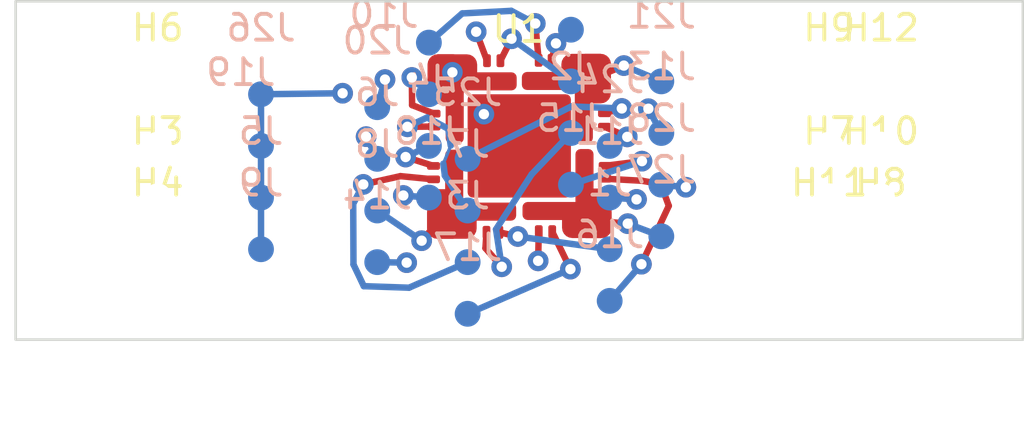
<source format=kicad_pcb>
(kicad_pcb (version 20221018) (generator pcbnew)
  (title_block (title "LGAD carrier board compatible with Chubut 2") (date "2022-08-15") (company "Universität Zürich") (comment 1 "Matias Senger"))
  (layers (0 "F.Cu" signal) (1 "In1.Cu" signal) (2 "In2.Cu" signal) (31 "B.Cu" signal) (34 "B.Paste" user) (35 "F.Paste" user) (38 "B.Mask" user) (39 "F.Mask" user) (44 "Edge.Cuts" user))
  (property "board_name" "CNM16020_AC-LGAD_non-diced")
  (property "timestamp" "230525")
  (net 0 "")
  (net 1 "Net-(J7-Pin_1)")
  (net 2 "Net-(J10-Pin_1)")
  (net 3 "Net-(J11-Pin_1)")
  (net 4 "Net-(J12-Pin_1)")
  (net 5 "Net-(J1-Pin_1)")
  (net 6 "Net-(J2-Pin_1)")
  (net 7 "Net-(J3-Pin_1)")
  (net 8 "Net-(J4-Pin_1)")
  (net 9 "Net-(J15-Pin_1)")
  (net 10 "Net-(J16-Pin_1)")
  (net 11 "Net-(J18-Pin_1)")
  (net 12 "Net-(J19-Pin_1)")
  (net 13 "Net-(J22-Pin_1)")
  (net 14 "Net-(J23-Pin_1)")
  (net 15 "Net-(J24-Pin_1)")
  (net 16 "Net-(J25-Pin_1)")
  (net 17 "/GND4")
  (net 18 "/GND1")
  (net 19 "/GND3")
  (net 20 "/GND2")
  (net 21 "Net-(J17-Pin_1)")
  (footprint "chubut:MILL-MAX_7625-0-00-15-00-00-03-0_alignment_hole" (layer "F.Cu") (at 14 -2)
    (fp_text reference "H12" (at 0 -2.57 unlocked) (layer "F.SilkS"))
    (fp_text value "MountingHole")
    (pad "" np_thru_hole circle (at 0 0) (size 1.1 1.1) (drill 1.1) (layers "F&B.Cu"))
  )
  (footprint "chubut:MILL-MAX_7625-0-00-15-00-00-03-0_alignment_hole" (layer "F.Cu") (at -14 0)
    (fp_text reference "H2" hide)
    (fp_text value "MountingHole")
    (pad "" np_thru_hole circle (at 0 0) (size 1.1 1.1) (drill 1.1) (layers "*.Cu"))
  )
  (footprint "chubut:MILL-MAX_7625-0-00-15-00-00-03-0_alignment_hole" (layer "F.Cu") (at -14 2)
    (fp_text reference "H3" (at 0 -2.57 unlocked) (layer "F.SilkS"))
    (fp_text value "MountingHole")
    (pad "" np_thru_hole circle (at 0 0) (size 1.1 1.1) (drill 1.1) (layers "F&B.Cu"))
  )
  (footprint "chubut:MILL-MAX_7625-0-00-15-00-00-03-0_alignment_hole" (layer "F.Cu") (at 14 0)
    (fp_text reference "H1" hide)
    (fp_text value "MountingHole")
    (pad "" np_thru_hole circle (at 0 0) (size 1.1 1.1) (drill 1.1) (layers "*.Cu"))
  )
  (footprint "chubut:MILL-MAX_7625-0-00-15-00-00-03-0_alignment_hole" (layer "F.Cu") (at 12 2)
    (fp_text reference "H7" (at 0 -2.57 unlocked) (layer "F.SilkS"))
    (fp_text value "MountingHole")
    (pad "" np_thru_hole circle (at 0 0) (size 1.1 1.1) (drill 1.1) (layers "F&B.Cu"))
  )
  (footprint "chubut:MILL-MAX_7625-0-00-15-00-00-03-0_alignment_hole" (layer "F.Cu") (at 12 -2)
    (fp_text reference "H9" (at 0 -2.57 unlocked) (layer "F.SilkS"))
    (fp_text value "MountingHole")
    (pad "" np_thru_hole circle (at 0 0) (size 1.1 1.1) (drill 1.1) (layers "F&B.Cu"))
  )
  (footprint "chubut:MILL-MAX_7625-0-00-15-00-00-03-0_alignment_hole" (layer "F.Cu") (at 12 0)
    (fp_text reference "H5" hide)
    (fp_text value "MountingHole")
    (pad "" np_thru_hole circle (at 0 0) (size 1.1 1.1) (drill 1.1) (layers "*.Cu"))
  )
  (footprint "chubut:MILL-MAX_7625-0-00-15-00-00-03-0_alignment_hole" (layer "F.Cu") (at 14 4)
    (fp_text reference "H8" (at 0 -2.57 unlocked) (layer "F.SilkS"))
    (fp_text value "MountingHole")
    (pad "" np_thru_hole circle (at 0 0) (size 1.1 1.1) (drill 1.1) (layers "F&B.Cu"))
  )
  (footprint "chubut:CNM16020_AC-LGAD_non-diced" (layer "F.Cu") (at 0 0)
    (fp_text reference "U1" (at -0.03 -4.52 unlocked) (layer "F.SilkS"))
    (fp_text value "CNM_AC-LGAD_non-diced")
    (pad "1" smd roundrect (at 0 0) (size 4 4) (layers "F.Cu" "F.Mask") (roundrect_rratio 0.05) (net 12 "Net-(J19-Pin_1)"))
    (pad "2" smd roundrect (at -2.8525 -2.59 90) (size 1.92 1.395) (layers "F.Cu" "F.Mask") (roundrect_rratio 0.2857139785) (net 18 "/GND1"))
    (pad "2" smd roundrect (at -2.59 -2.85 180) (size 1.92 1.395) (layers "F.Cu" "F.Mask") (roundrect_rratio 0.2857139785) (net 18 "/GND1"))
    (pad "2" smd roundrect (at -2.5 -1.475) (size 0.7 2.75) (layers "F.Cu" "F.Mask") (roundrect_rratio 0.2857142857) (net 18 "/GND1"))
    (pad "2" smd roundrect (at -1.475 -2.5 90) (size 0.7 2.75) (layers "F.Cu" "F.Mask") (roundrect_rratio 0.2857142857) (net 18 "/GND1"))
    (pad "3" smd roundrect (at -0.73 -3.3) (size 0.3 0.5) (layers "F.Cu" "F.Mask") (net 4 "Net-(J12-Pin_1)"))
    (pad "4" smd roundrect (at -1.25 -3.3) (size 0.3 0.5) (layers "F.Cu" "F.Mask") (net 3 "Net-(J11-Pin_1)"))
    (pad "5" smd roundrect (at -3.3 -1.25) (size 0.5 0.3) (layers "F.Cu" "F.Mask") (net 2 "Net-(J10-Pin_1)"))
    (pad "6" smd roundrect (at -3.3 -0.75) (size 0.5 0.3) (layers "F.Cu" "F.Mask") (net 1 "Net-(J7-Pin_1)"))
    (pad "8" smd roundrect (at -2.87 2.635 270) (size 1.92 1.395) (layers "F.Cu" "F.Mask") (roundrect_rratio 0.2857139785) (net 17 "/GND4"))
    (pad "8" smd roundrect (at -2.61 2.8975 180) (size 1.92 1.395) (layers "F.Cu" "F.Mask") (roundrect_rratio 0.2857139785) (net 17 "/GND4"))
    (pad "8" smd roundrect (at -2.52 1.52 180) (size 0.7 2.75) (layers "F.Cu" "F.Mask") (roundrect_rratio 0.2857142857) (net 17 "/GND4"))
    (pad "8" smd roundrect (at -1.495 2.545 90) (size 0.7 2.75) (layers "F.Cu" "F.Mask") (roundrect_rratio 0.2857142857) (net 17 "/GND4"))
    (pad "9" smd roundrect (at -3.32 0.775 90) (size 0.3 0.5) (layers "F.Cu" "F.Mask") (net 8 "Net-(J4-Pin_1)"))
    (pad "10" smd roundrect (at -3.32 1.295 90) (size 0.3 0.5) (layers "F.Cu" "F.Mask") (net 7 "Net-(J3-Pin_1)"))
    (pad "11" smd roundrect (at -1.27 3.345 90) (size 0.5 0.3) (layers "F.Cu" "F.Mask") (net 6 "Net-(J2-Pin_1)"))
    (pad "12" smd roundrect (at -0.77 3.345 90) (size 0.5 0.3) (layers "F.Cu" "F.Mask") (net 5 "Net-(J1-Pin_1)"))
    (pad "14" smd roundrect (at 1.5 2.52 270) (size 0.7 2.75) (layers "F.Cu" "F.Mask") (roundrect_rratio 0.2857142857) (net 19 "/GND3"))
    (pad "14" smd roundrect (at 2.525 1.495 180) (size 0.7 2.75) (layers "F.Cu" "F.Mask") (roundrect_rratio 0.2857142857) (net 19 "/GND3"))
    (pad "14" smd roundrect (at 2.615 2.87) (size 1.92 1.395) (layers "F.Cu" "F.Mask") (roundrect_rratio 0.2857139785) (net 19 "/GND3"))
    (pad "14" smd roundrect (at 2.8775 2.61 270) (size 1.92 1.395) (layers "F.Cu" "F.Mask") (roundrect_rratio 0.2857139785) (net 19 "/GND3"))
    (pad "15" smd roundrect (at 0.755 3.32 180) (size 0.3 0.5) (layers "F.Cu" "F.Mask") (net 11 "Net-(J18-Pin_1)"))
    (pad "16" smd roundrect (at 1.275 3.32 180) (size 0.3 0.5) (layers "F.Cu" "F.Mask") (net 21 "Net-(J17-Pin_1)"))
    (pad "17" smd roundrect (at 3.325 1.27 180) (size 0.5 0.3) (layers "F.Cu" "F.Mask") (net 10 "Net-(J16-Pin_1)"))
    (pad "18" smd roundrect (at 3.325 0.77 180) (size 0.5 0.3) (layers "F.Cu" "F.Mask") (net 9 "Net-(J15-Pin_1)"))
    (pad "20" smd roundrect (at 1.475 -2.515 270) (size 0.7 2.75) (layers "F.Cu" "F.Mask") (roundrect_rratio 0.2857142857) (net 20 "/GND2"))
    (pad "20" smd roundrect (at 2.5 -1.49) (size 0.7 2.75) (layers "F.Cu" "F.Mask") (roundrect_rratio 0.2857142857) (net 20 "/GND2"))
    (pad "20" smd roundrect (at 2.59 -2.8675) (size 1.92 1.395) (layers "F.Cu" "F.Mask") (roundrect_rratio 0.2857139785) (net 20 "/GND2"))
    (pad "20" smd roundrect (at 2.85 -2.605 90) (size 1.92 1.395) (layers "F.Cu" "F.Mask") (roundrect_rratio 0.2857139785) (net 20 "/GND2"))
    (pad "21" smd roundrect (at 3.3 -0.745 270) (size 0.3 0.5) (layers "F.Cu" "F.Mask") (net 15 "Net-(J24-Pin_1)"))
    (pad "22" smd roundrect (at 3.3 -1.265 270) (size 0.3 0.5) (layers "F.Cu" "F.Mask") (net 16 "Net-(J25-Pin_1)"))
    (pad "23" smd roundrect (at 1.25 -3.315 270) (size 0.5 0.3) (layers "F.Cu" "F.Mask") (net 14 "Net-(J23-Pin_1)"))
    (pad "24" smd roundrect (at 0.75 -3.315 270) (size 0.5 0.3) (layers "F.Cu" "F.Mask") (net 13 "Net-(J22-Pin_1)"))
  )
  (footprint "chubut:MILL-MAX_7625-0-00-15-00-00-03-0_alignment_hole" (layer "F.Cu") (at -14 4)
    (fp_text reference "H4" (at 0 -2.57 unlocked) (layer "F.SilkS"))
    (fp_text value "MountingHole")
    (pad "" np_thru_hole circle (at 0 0) (size 1.1 1.1) (drill 1.1) (layers "F&B.Cu"))
  )
  (footprint "chubut:MILL-MAX_7625-0-00-15-00-00-03-0_alignment_hole" (layer "F.Cu") (at 12 4)
    (fp_text reference "H11" (at 0 -2.57 unlocked) (layer "F.SilkS"))
    (fp_text value "MountingHole")
    (pad "" np_thru_hole circle (at 0 0) (size 1.1 1.1) (drill 1.1) (layers "F&B.Cu"))
  )
  (footprint "chubut:MILL-MAX_7625-0-00-15-00-00-03-0_alignment_hole" (layer "F.Cu") (at -14 -2)
    (fp_text reference "H6" (at 0 -2.57 unlocked) (layer "F.SilkS"))
    (fp_text value "MountingHole")
    (pad "" np_thru_hole circle (at 0 0) (size 1.1 1.1) (drill 1.1) (layers "F&B.Cu"))
  )
  (footprint "chubut:MILL-MAX_7625-0-00-15-00-00-03-0_alignment_hole" (layer "F.Cu") (at 14 2)
    (fp_text reference "H10" (at 0 -2.57 unlocked) (layer "F.SilkS"))
    (fp_text value "MountingHole")
    (pad "" np_thru_hole circle (at 0 0) (size 1.1 1.1) (drill 1.1) (layers "F&B.Cu"))
  )
  (footprint "chubut:MILL-MAX_0965-0-15-20-80-14-11-0_contact" (layer "B.Cu") (at 5.5 3.5 180)
    (fp_text reference "J27" (at 0 2.57 unlocked) (layer "B.SilkS") (effects (justify mirror)))
    (fp_text value "CH1")
    (pad "1" smd circle (at 0 0 180) (size 1 1) (layers "B.Cu" "B.Mask") (net 19 "/GND3"))
  )
  (footprint "chubut:MILL-MAX_0965-0-15-20-80-14-11-0_contact" (layer "B.Cu") (at -2 0.5 180)
    (fp_text reference "J25" (at 0 2.57 unlocked) (layer "B.SilkS") (effects (justify mirror)))
    (fp_text value "CH1")
    (pad "1" smd circle (at 0 0 180) (size 1 1) (layers "B.Cu" "B.Mask") (net 16 "Net-(J25-Pin_1)"))
  )
  (footprint "chubut:MILL-MAX_0965-0-15-20-80-14-11-0_contact" (layer "B.Cu") (at -5.5 4.5 180)
    (fp_text reference "J14" (at 0 2.57 unlocked) (layer "B.SilkS") (effects (justify mirror)))
    (fp_text value "CH1")
    (pad "1" smd circle (at 0 0 180) (size 1 1) (layers "B.Cu" "B.Mask") (net 19 "/GND3"))
  )
  (footprint "chubut:MILL-MAX_0965-0-15-20-80-14-11-0_contact" (layer "B.Cu") (at 3.5 6 180)
    (fp_text reference "J16" (at 0 2.57 unlocked) (layer "B.SilkS") (effects (justify mirror)))
    (fp_text value "CH1")
    (pad "1" smd circle (at 0 0 180) (size 1 1) (layers "B.Cu" "B.Mask") (net 10 "Net-(J16-Pin_1)"))
  )
  (footprint "chubut:MILL-MAX_0965-0-15-20-80-14-11-0_contact" (layer "B.Cu") (at -3.5 -4 180)
    (fp_text reference "J22" (at 0 2.57 unlocked) (layer "B.SilkS") (effects (justify mirror)))
    (fp_text value "CH1")
    (pad "1" smd circle (at 0 0 180) (size 1 1) (layers "B.Cu" "B.Mask") (net 13 "Net-(J22-Pin_1)"))
  )
  (footprint "chubut:MILL-MAX_0965-0-15-20-80-14-11-0_contact" (layer "B.Cu") (at -2 2.5 180)
    (fp_text reference "J7" (at 0 2.57 unlocked) (layer "B.SilkS") (effects (justify mirror)))
    (fp_text value "CH1")
    (pad "1" smd circle (at 0 0 180) (size 1 1) (layers "B.Cu" "B.Mask") (net 1 "Net-(J7-Pin_1)"))
  )
  (footprint "chubut:MILL-MAX_0965-0-15-20-80-14-11-0_contact" (layer "B.Cu") (at 5.5 -0.5 180)
    (fp_text reference "J13" (at 0 2.57 unlocked) (layer "B.SilkS") (effects (justify mirror)))
    (fp_text value "CH1")
    (pad "1" smd circle (at 0 0 180) (size 1 1) (layers "B.Cu" "B.Mask") (net 18 "/GND1"))
  )
  (footprint "chubut:MILL-MAX_0965-0-15-20-80-14-11-0_contact" (layer "B.Cu") (at -5.5 0.5 180)
    (fp_text reference "J6" (at 0 2.57 unlocked) (layer "B.SilkS") (effects (justify mirror)))
    (fp_text value "CH1")
    (pad "1" smd circle (at 0 0 180) (size 1 1) (layers "B.Cu" "B.Mask") (net 18 "/GND1"))
  )
  (footprint "chubut:MILL-MAX_0965-0-15-20-80-14-11-0_contact" (layer "B.Cu") (at -10 4 180)
    (fp_text reference "J9" (at 0 2.57 unlocked) (layer "B.SilkS") (effects (justify mirror)))
    (fp_text value "HV")
    (pad "1" smd circle (at 0 0 180) (size 1 1) (layers "B.Cu" "B.Mask") (net 12 "Net-(J19-Pin_1)"))
  )
  (footprint "chubut:MILL-MAX_0965-0-15-20-80-14-11-0_contact" (layer "B.Cu") (at 5.5 1.5 180)
    (fp_text reference "J28" (at 0 2.57 unlocked) (layer "B.SilkS") (effects (justify mirror)))
    (fp_text value "CH1")
    (pad "1" smd circle (at 0 0 180) (size 1 1) (layers "B.Cu" "B.Mask") (net 17 "/GND4"))
  )
  (footprint "chubut:MILL-MAX_0965-0-15-20-80-14-11-0_contact" (layer "B.Cu") (at 3.5 2 180)
    (fp_text reference "J11" (at 0 2.57 unlocked) (layer "B.SilkS") (effects (justify mirror)))
    (fp_text value "CH1")
    (pad "1" smd circle (at 0 0 180) (size 1 1) (layers "B.Cu" "B.Mask") (net 3 "Net-(J11-Pin_1)"))
  )
  (footprint "chubut:MILL-MAX_0965-0-15-20-80-14-11-0_contact" (layer "B.Cu") (at -10.78 -0.28 180)
    (fp_text reference "J19" (at 0 2.57 unlocked) (layer "B.SilkS") (effects (justify mirror)))
    (fp_text value "HV")
    (pad "1" smd circle (at -0.78 -0.28 180) (size 1 1) (layers "B.Cu" "B.Mask") (net 12 "Net-(J19-Pin_1)"))
  )
  (footprint "chubut:MILL-MAX_0965-0-15-20-80-14-11-0_contact" (layer "B.Cu") (at 2 -4.5 180)
    (fp_text reference "J23" (at 0 2.57 unlocked) (layer "B.SilkS") (effects (justify mirror)))
    (fp_text value "CH1")
    (pad "1" smd circle (at 0 0 180) (size 1 1) (layers "B.Cu" "B.Mask") (net 14 "Net-(J23-Pin_1)"))
  )
  (footprint "chubut:MILL-MAX_0965-0-15-20-80-14-11-0_contact" (layer "B.Cu") (at -2 6.5 180)
    (fp_text reference "J17" (at 0 2.57 unlocked) (layer "B.SilkS") (effects (justify mirror)))
    (fp_text value "CH1")
    (pad "1" smd circle (at 0 0 180) (size 1 1) (layers "B.Cu" "B.Mask") (net 21 "Net-(J17-Pin_1)"))
  )
  (footprint "chubut:MILL-MAX_0965-0-15-20-80-14-11-0_contact" (layer "B.Cu") (at -3.5 2 180)
    (fp_text reference "J18" (at 0 2.57 unlocked) (layer "B.SilkS") (effects (justify mirror)))
    (fp_text value "CH1")
    (pad "1" smd circle (at 0 0 180) (size 1 1) (layers "B.Cu" "B.Mask") (net 11 "Net-(J18-Pin_1)"))
  )
  (footprint "chubut:MILL-MAX_0965-0-15-20-80-14-11-0_contact" (layer "B.Cu") (at -5.5 -1.5 180)
    (fp_text reference "J20" (at 0 2.57 unlocked) (layer "B.SilkS") (effects (justify mirror)))
    (fp_text value "CH1")
    (pad "1" smd circle (at 0 0 180) (size 1 1) (layers "B.Cu" "B.Mask") (net 20 "/GND2"))
  )
  (footprint "chubut:MILL-MAX_0965-0-15-20-80-14-11-0_contact" (layer "B.Cu") (at -0.67 -4.75 180)
    (fp_text reference "J12" (at 0 2.57 unlocked) (layer "B.SilkS") (effects (justify mirror)))
    (fp_text value "CH1")
    (pad "1" smd circle (at -2.67 -2.25 180) (size 1 1) (layers "B.Cu" "B.Mask") (net 4 "Net-(J12-Pin_1)"))
  )
  (footprint "chubut:MILL-MAX_0965-0-15-20-80-14-11-0_contact" (layer "B.Cu") (at 3.5 4 180)
    (fp_text reference "J1" (at 0 2.57 unlocked) (layer "B.SilkS") (effects (justify mirror)))
    (fp_text value "CH1")
    (pad "1" smd circle (at 0 0 180) (size 1 1) (layers "B.Cu" "B.Mask") (net 5 "Net-(J1-Pin_1)"))
  )
  (footprint "chubut:MILL-MAX_0965-0-15-20-80-14-11-0_contact" (layer "B.Cu") (at -2 4.5 180)
    (fp_text reference "J3" (at 0 2.57 unlocked) (layer "B.SilkS") (effects (justify mirror)))
    (fp_text value "CH1")
    (pad "1" smd circle (at 0 0 180) (size 1 1) (layers "B.Cu" "B.Mask") (net 7 "Net-(J3-Pin_1)"))
  )
  (footprint "chubut:MILL-MAX_0965-0-15-20-80-14-11-0_contact" (layer "B.Cu") (at -10 2 180)
    (fp_text reference "J5" (at 0 2.57 unlocked) (layer "B.SilkS") (effects (justify mirror)))
    (fp_text value "HV")
    (pad "1" smd circle (at 0 0 180) (size 1 1) (layers "B.Cu" "B.Mask") (net 12 "Net-(J19-Pin_1)"))
  )
  (footprint "chubut:MILL-MAX_0965-0-15-20-80-14-11-0_contact" (layer "B.Cu") (at 3.5 0 180)
    (fp_text reference "J24" (at 0 2.57 unlocked) (layer "B.SilkS") (effects (justify mirror)))
    (fp_text value "CH1")
    (pad "1" smd circle (at 0 0 180) (size 1 1) (layers "B.Cu" "B.Mask") (net 15 "Net-(J24-Pin_1)"))
  )
  (footprint "chubut:MILL-MAX_0965-0-15-20-80-14-11-0_contact" (layer "B.Cu") (at 2 -0.5 180)
    (fp_text reference "J2" (at 0 2.57 unlocked) (layer "B.SilkS") (effects (justify mirror)))
    (fp_text value "CH1")
    (pad "1" smd circle (at 0 0 180) (size 1 1) (layers "B.Cu" "B.Mask") (net 6 "Net-(J2-Pin_1)"))
  )
  (footprint "chubut:MILL-MAX_0965-0-15-20-80-14-11-0_contact" (layer "B.Cu") (at -5.24 -2.53 180)
    (fp_text reference "J10" (at 0 2.57 unlocked) (layer "B.SilkS") (effects (justify mirror)))
    (fp_text value "CH1")
    (pad "1" smd circle (at -1.74 -0.53 180) (size 1 1) (layers "B.Cu" "B.Mask") (net 2 "Net-(J10-Pin_1)"))
  )
  (footprint "chubut:MILL-MAX_0965-0-15-20-80-14-11-0_contact" (layer "B.Cu") (at -3.5 0 180)
    (fp_text reference "J4" (at 0 2.57 unlocked) (layer "B.SilkS") (effects (justify mirror)))
    (fp_text value "CH1")
    (pad "1" smd circle (at 0 0 180) (size 1 1) (layers "B.Cu" "B.Mask") (net 8 "Net-(J4-Pin_1)"))
  )
  (footprint "chubut:MILL-MAX_0965-0-15-20-80-14-11-0_contact" (layer "B.Cu") (at 5.5 -2.5 180)
    (fp_text reference "J21" (at 0 2.57 unlocked) (layer "B.SilkS") (effects (justify mirror)))
    (fp_text value "CH1")
    (pad "1" smd circle (at 0 0 180) (size 1 1) (layers "B.Cu" "B.Mask") (net 20 "/GND2"))
  )
  (footprint "chubut:MILL-MAX_0965-0-15-20-80-14-11-0_contact" (layer "B.Cu") (at -5.5 2.5 180)
    (fp_text reference "J8" (at 0 2.57 unlocked) (layer "B.SilkS") (effects (justify mirror)))
    (fp_text value "CH1")
    (pad "1" smd circle (at 0 0 180) (size 1 1) (layers "B.Cu" "B.Mask") (net 17 "/GND4"))
  )
  (footprint "chubut:MILL-MAX_0965-0-15-20-80-14-11-0_contact" (layer "B.Cu") (at -10 -2 180)
    (fp_text reference "J26" (at 0 2.57 unlocked) (layer "B.SilkS") (effects (justify mirror)))
    (fp_text value "HV")
    (pad "1" smd circle (at 0 0 180) (size 1 1) (layers "B.Cu" "B.Mask") (net 12 "Net-(J19-Pin_1)"))
  )
  (footprint "chubut:MILL-MAX_0965-0-15-20-80-14-11-0_contact" (layer "B.Cu") (at 2 1.5 180)
    (fp_text reference "J15" (at 0 2.57 unlocked) (layer "B.SilkS") (effects (justify mirror)))
    (fp_text value "CH1")
    (pad "1" smd circle (at 0 0 180) (size 1 1) (layers "B.Cu" "B.Mask") (net 9 "Net-(J15-Pin_1)"))
  )
  (gr_rect (start -19.5 -5.6) (end 19.5 7.5) (stroke (width 0.1)) (fill none) (layer "Edge.Cuts"))
  (segment (start -4.33 -0.74) (end -3.3 -0.75) (width 0.25) (layer "F.Cu") (net 1))
  (via (at -4.33 -0.74) (size 0.8) (drill 0.4) (layers "F.Cu" "B.Cu") (net 1))
  (segment (start -3.57 -1.1) (end -4.33 -0.74) (width 0.25) (layer "B.Cu") (net 1))
  (segment (start -2.94 0.69) (end -2.653363 -0.013364) (width 0.125) (layer "B.Cu") (net 1))
  (segment (start -2 2.5) (end -2.88 1.15) (width 0.25) (layer "B.Cu") (net 1))
  (segment (start -2.88 1.15) (end -2.94 0.69) (width 0.25) (layer "B.Cu") (net 1))
  (segment (start -2.75 -0.66) (end -3.57 -1.1) (width 0.25) (layer "B.Cu") (net 1))
  (segment (start -2.653363 -0.013364) (end -2.75 -0.66) (width 0.25) (layer "B.Cu") (net 1))
  (segment (start -4.16 -2.65) (end -4.15 -1.58) (width 0.25) (layer "F.Cu") (net 2))
  (segment (start -4.15 -1.58) (end -3.3 -1.25) (width 0.25) (layer "F.Cu") (net 2))
  (via (at -4.16 -2.65) (size 0.8) (drill 0.4) (layers "F.Cu" "B.Cu") (net 2))
  (segment (start -3.5 -2) (end -4.16 -2.65) (width 0.25) (layer "B.Cu") (net 2))
  (segment (start -1.25 -3.3) (end -1.67 -4.42) (width 0.25) (layer "F.Cu") (net 3))
  (via (at 4.54 2.07) (size 0.8) (drill 0.4) (layers "F.Cu" "B.Cu") (net 3))
  (via (at -1.67 -4.42) (size 0.8) (drill 0.4) (layers "F.Cu" "B.Cu") (net 3))
  (segment (start 3.5 2) (end 4.54 2.07) (width 0.25) (layer "B.Cu") (net 3))
  (segment (start -0.73 -3.3) (end -0.3 -4.15) (width 0.25) (layer "F.Cu") (net 4))
  (via (at -0.3 -4.15) (size 0.8) (drill 0.4) (layers "F.Cu" "B.Cu") (net 4))
  (segment (start -0.3 -4.15) (end 2 -2.5) (width 0.25) (layer "B.Cu") (net 4))
  (segment (start -0.056421 3.50698) (end -0.77 3.345) (width 0.25) (layer "F.Cu") (net 5))
  (via (at -0.056421 3.50698) (size 0.8) (drill 0.4) (layers "F.Cu" "B.Cu") (net 5))
  (segment (start 3.5 4) (end -0.056421 3.50698) (width 0.25) (layer "B.Cu") (net 5))
  (segment (start -1.31 3.96) (end -1.27 3.345) (width 0.25) (layer "F.Cu") (net 6))
  (segment (start -0.68 4.68) (end -1.31 3.96) (width 0.25) (layer "F.Cu") (net 6))
  (via (at -0.68 4.68) (size 0.8) (drill 0.4) (layers "F.Cu" "B.Cu") (net 6))
  (segment (start 0.48 1.1) (end -0.9 3.23) (width 0.25) (layer "B.Cu") (net 6))
  (segment (start 2 -0.5) (end 0.48 1.1) (width 0.25) (layer "B.Cu") (net 6))
  (segment (start -0.9 3.23) (end -0.68 4.68) (width 0.25) (layer "B.Cu") (net 6))
  (segment (start -4.6 1.17) (end -3.32 1.295) (width 0.25) (layer "F.Cu") (net 7))
  (segment (start -6.04 1.49) (end -4.6 1.17) (width 0.25) (layer "F.Cu") (net 7))
  (via (at -6.04 1.49) (size 0.8) (drill 0.4) (layers "F.Cu" "B.Cu") (net 7))
  (segment (start -6.42 4.59) (end -6.43 2.24) (width 0.25) (layer "B.Cu") (net 7))
  (segment (start -6.02 5.43) (end -6.42 4.59) (width 0.25) (layer "B.Cu") (net 7))
  (segment (start -2 4.5) (end -4.27 5.49) (width 0.25) (layer "B.Cu") (net 7))
  (segment (start -6.43 2.24) (end -6.04 1.49) (width 0.25) (layer "B.Cu") (net 7))
  (segment (start -4.27 5.49) (end -6.02 5.43) (width 0.25) (layer "B.Cu") (net 7))
  (segment (start -3.32 0.775) (end -4.4 0.43) (width 0.25) (layer "F.Cu") (net 8))
  (via (at -4.4 0.43) (size 0.8) (drill 0.4) (layers "F.Cu" "B.Cu") (net 8))
  (segment (start -4.4 0.43) (end -3.5 0) (width 0.25) (layer "B.Cu") (net 8))
  (segment (start 3.325 0.77) (end 4.75 0.59) (width 0.25) (layer "F.Cu") (net 9))
  (via (at 4.75 0.59) (size 0.8) (drill 0.4) (layers "F.Cu" "B.Cu") (net 9))
  (segment (start 4.75 0.59) (end 2 1.5) (width 0.25) (layer "B.Cu") (net 9))
  (segment (start 5.79 2.32) (end 5.48 1.48) (width 0.25) (layer "F.Cu") (net 10))
  (segment (start 4.73 4.58) (end 5.79 2.32) (width 0.25) (layer "F.Cu") (net 10))
  (segment (start 4.76 1.35) (end 3.325 1.27) (width 0.25) (layer "F.Cu") (net 10))
  (segment (start 5.48 1.48) (end 4.76 1.35) (width 0.25) (layer "F.Cu") (net 10))
  (via (at 4.73 4.58) (size 0.8) (drill 0.4) (layers "F.Cu" "B.Cu") (net 10))
  (segment (start 3.5 6) (end 4.73 4.58) (width 0.25) (layer "B.Cu") (net 10))
  (segment (start 0.73 4.45) (end 0.755 3.32) (width 0.25) (layer "F.Cu") (net 11))
  (via (at -4.49 1.92) (size 0.8) (drill 0.4) (layers "F.Cu" "B.Cu") (net 11))
  (via (at 0.73 4.45) (size 0.8) (drill 0.4) (layers "F.Cu" "B.Cu") (net 11))
  (segment (start -3.5 2) (end -4.49 1.92) (width 0.25) (layer "B.Cu") (net 11))
  (segment (start 0 0) (end -1.37 -1.23) (width 0.25) (layer "F.Cu") (net 12))
  (via (at -1.37 -1.23) (size 0.8) (drill 0.4) (layers "F.Cu" "B.Cu") (net 12))
  (via (at -6.84 -2.04) (size 0.8) (drill 0.4) (layers "F.Cu" "B.Cu") (net 12))
  (segment (start -10 -2) (end -6.84 -2.04) (width 0.25) (layer "B.Cu") (net 12))
  (segment (start -10 -2) (end -10 4) (width 0.25) (layer "B.Cu") (net 12))
  (segment (start 0.75 -3.315) (end 0.62 -4.74) (width 0.25) (layer "F.Cu") (net 13))
  (via (at 0.62 -4.74) (size 0.8) (drill 0.4) (layers "F.Cu" "B.Cu") (net 13))
  (segment (start -0.31 -5.23) (end -2.21 -5.13) (width 0.25) (layer "B.Cu") (net 13))
  (segment (start -2.21 -5.13) (end -3.5 -4) (width 0.25) (layer "B.Cu") (net 13))
  (segment (start 0.62 -4.74) (end -0.31 -5.23) (width 0.25) (layer "B.Cu") (net 13))
  (segment (start 1.42 -3.97) (end 1.25 -3.315) (width 0.25) (layer "F.Cu") (net 14))
  (via (at 1.42 -3.97) (size 0.8) (drill 0.4) (layers "F.Cu" "B.Cu") (net 14))
  (segment (start 2 -4.5) (end 1.42 -3.97) (width 0.25) (layer "B.Cu") (net 14))
  (segment (start 4.18 -0.35) (end 3.3 -0.745) (width 0.25) (layer "F.Cu") (net 15))
  (via (at 4.18 -0.35) (size 0.8) (drill 0.4) (layers "F.Cu" "B.Cu") (net 15))
  (segment (start 3.5 0) (end 4.18 -0.35) (width 0.25) (layer "B.Cu") (net 15))
  (segment (start 3.97 -1.45) (end 3.3 -1.265) (width 0.25) (layer "F.Cu") (net 16))
  (via (at 3.97 -1.45) (size 0.8) (drill 0.4) (layers "F.Cu" "B.Cu") (net 16))
  (segment (start 2.02 -1.53) (end 3.97 -1.45) (width 0.25) (layer "B.Cu") (net 16))
  (segment (start -2 0.5) (end 2.02 -1.53) (width 0.25) (layer "B.Cu") (net 16))
  (segment (start -3.78 3.67) (end -2.87 2.635) (width 0.25) (layer "F.Cu") (net 17))
  (via (at 6.45 1.6) (size 0.8) (drill 0.4) (layers "F.Cu" "B.Cu") (net 17))
  (via (at -3.78 3.67) (size 0.8) (drill 0.4) (layers "F.Cu" "B.Cu") (net 17))
  (segment (start 5.5 1.5) (end 6.45 1.6) (width 0.25) (layer "B.Cu") (net 17))
  (segment (start -5.5 2.5) (end -3.78 3.67) (width 0.25) (layer "B.Cu") (net 17))
  (via (at -2.59 -2.85) (size 0.8) (drill 0.4) (layers "F.Cu" "B.Cu") (net 18))
  (via (at -5.93 -0.36) (size 0.8) (drill 0.4) (layers "F.Cu" "B.Cu") (net 18))
  (via (at 5 -1.44) (size 0.8) (drill 0.4) (layers "F.Cu" "B.Cu") (net 18))
  (segment (start -5.5 0.5) (end -5.93 -0.36) (width 0.25) (layer "B.Cu") (net 18))
  (segment (start 5.5 -0.5) (end 5 -1.44) (width 0.25) (layer "B.Cu") (net 18))
  (segment (start 4.2 3.01) (end 2.615 2.87) (width 0.25) (layer "F.Cu") (net 19))
  (via (at 4.2 3.01) (size 0.8) (drill 0.4) (layers "F.Cu" "B.Cu") (net 19))
  (via (at -4.36 4.52) (size 0.8) (drill 0.4) (layers "F.Cu" "B.Cu") (net 19))
  (segment (start -5.5 4.5) (end -4.36 4.52) (width 0.25) (layer "B.Cu") (net 19))
  (segment (start 5.5 3.5) (end 4.2 3.01) (width 0.25) (layer "B.Cu") (net 19))
  (segment (start 4.05 -3.11) (end 2.85 -2.605) (width 0.25) (layer "F.Cu") (net 20))
  (via (at 4.05 -3.11) (size 0.8) (drill 0.4) (layers "F.Cu" "B.Cu") (net 20))
  (via (at -5.2 -2.57) (size 0.8) (drill 0.4) (layers "F.Cu" "B.Cu") (net 20))
  (segment (start 5.5 -2.5) (end 4.05 -3.11) (width 0.25) (layer "B.Cu") (net 20))
  (segment (start -5.5 -1.5) (end -5.2 -2.57) (width 0.25) (layer "B.Cu") (net 20))
  (segment (start 1.98 4.77) (end 1.275 3.32) (width 0.25) (layer "F.Cu") (net 21))
  (via (at 1.98 4.77) (size 0.8) (drill 0.4) (layers "F.Cu" "B.Cu") (net 21))
  (segment (start -2 6.5) (end 1.98 4.77) (width 0.25) (layer "B.Cu") (net 21))
)
</source>
